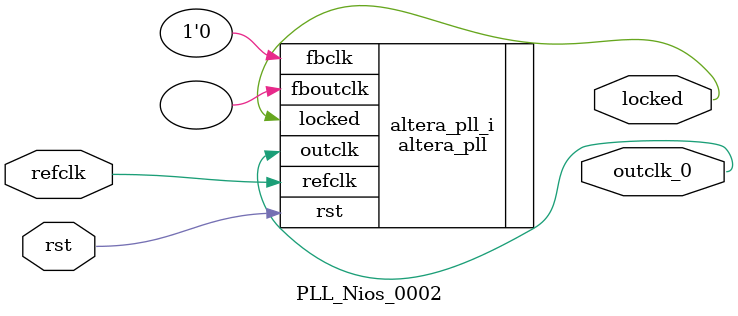
<source format=v>
`timescale 1ns/10ps
module  PLL_Nios_0002(

	// interface 'refclk'
	input wire refclk,

	// interface 'reset'
	input wire rst,

	// interface 'outclk0'
	output wire outclk_0,

	// interface 'locked'
	output wire locked
);

	altera_pll #(
		.fractional_vco_multiplier("false"),
		.reference_clock_frequency("50.0 MHz"),
		.operation_mode("direct"),
		.number_of_clocks(1),
		.output_clock_frequency0("100.000000 MHz"),
		.phase_shift0("0 ps"),
		.duty_cycle0(50),
		.output_clock_frequency1("0 MHz"),
		.phase_shift1("0 ps"),
		.duty_cycle1(50),
		.output_clock_frequency2("0 MHz"),
		.phase_shift2("0 ps"),
		.duty_cycle2(50),
		.output_clock_frequency3("0 MHz"),
		.phase_shift3("0 ps"),
		.duty_cycle3(50),
		.output_clock_frequency4("0 MHz"),
		.phase_shift4("0 ps"),
		.duty_cycle4(50),
		.output_clock_frequency5("0 MHz"),
		.phase_shift5("0 ps"),
		.duty_cycle5(50),
		.output_clock_frequency6("0 MHz"),
		.phase_shift6("0 ps"),
		.duty_cycle6(50),
		.output_clock_frequency7("0 MHz"),
		.phase_shift7("0 ps"),
		.duty_cycle7(50),
		.output_clock_frequency8("0 MHz"),
		.phase_shift8("0 ps"),
		.duty_cycle8(50),
		.output_clock_frequency9("0 MHz"),
		.phase_shift9("0 ps"),
		.duty_cycle9(50),
		.output_clock_frequency10("0 MHz"),
		.phase_shift10("0 ps"),
		.duty_cycle10(50),
		.output_clock_frequency11("0 MHz"),
		.phase_shift11("0 ps"),
		.duty_cycle11(50),
		.output_clock_frequency12("0 MHz"),
		.phase_shift12("0 ps"),
		.duty_cycle12(50),
		.output_clock_frequency13("0 MHz"),
		.phase_shift13("0 ps"),
		.duty_cycle13(50),
		.output_clock_frequency14("0 MHz"),
		.phase_shift14("0 ps"),
		.duty_cycle14(50),
		.output_clock_frequency15("0 MHz"),
		.phase_shift15("0 ps"),
		.duty_cycle15(50),
		.output_clock_frequency16("0 MHz"),
		.phase_shift16("0 ps"),
		.duty_cycle16(50),
		.output_clock_frequency17("0 MHz"),
		.phase_shift17("0 ps"),
		.duty_cycle17(50),
		.pll_type("General"),
		.pll_subtype("General")
	) altera_pll_i (
		.rst	(rst),
		.outclk	({outclk_0}),
		.locked	(locked),
		.fboutclk	( ),
		.fbclk	(1'b0),
		.refclk	(refclk)
	);
endmodule


</source>
